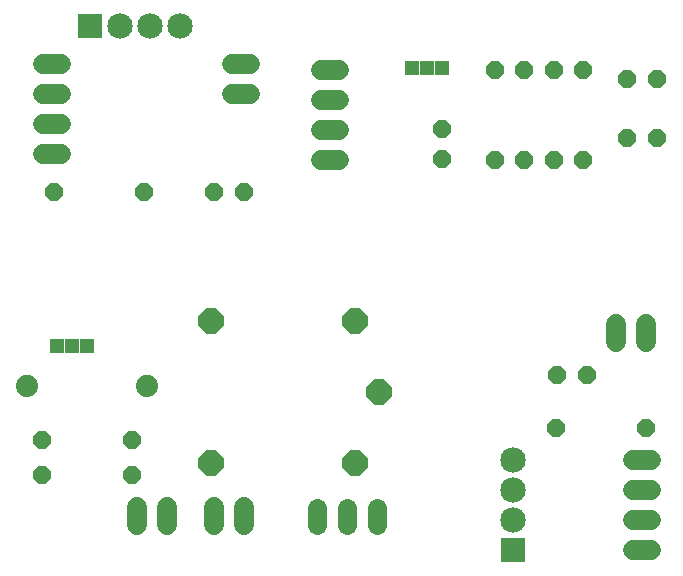
<source format=gts>
G04 EAGLE Gerber RS-274X export*
G75*
%MOMM*%
%FSLAX34Y34*%
%LPD*%
%INSoldermask Top*%
%IPPOS*%
%AMOC8*
5,1,8,0,0,1.08239X$1,22.5*%
G01*
%ADD10P,1.649562X8X22.500000*%
%ADD11R,1.311200X1.311200*%
%ADD12C,1.879600*%
%ADD13P,2.330602X8X292.500000*%
%ADD14C,1.727200*%
%ADD15C,1.625600*%
%ADD16P,1.649562X8X202.500000*%
%ADD17C,2.153200*%
%ADD18R,2.153200X2.153200*%
%ADD19P,1.649562X8X292.500000*%
%ADD20P,1.649562X8X112.500000*%


D10*
X36900Y135000D03*
X113100Y135000D03*
D11*
X49600Y214600D03*
X62300Y214600D03*
X75000Y214600D03*
D12*
X24200Y180000D03*
X125800Y180000D03*
D13*
X301500Y115000D03*
X301500Y235000D03*
X321500Y175000D03*
X179500Y235000D03*
X179500Y115000D03*
D14*
X207700Y77620D02*
X207700Y62380D01*
X182300Y62380D02*
X182300Y77620D01*
X142700Y77620D02*
X142700Y62380D01*
X117300Y62380D02*
X117300Y77620D01*
D10*
X36900Y105000D03*
X113100Y105000D03*
D15*
X320400Y77112D02*
X320400Y62888D01*
X295000Y62888D02*
X295000Y77112D01*
X269600Y77112D02*
X269600Y62888D01*
D10*
X472300Y190000D03*
X497700Y190000D03*
D16*
X548100Y145000D03*
X471900Y145000D03*
D14*
X537380Y118100D02*
X552620Y118100D01*
X552620Y92700D02*
X537380Y92700D01*
X537380Y67300D02*
X552620Y67300D01*
X552620Y41900D02*
X537380Y41900D01*
D17*
X435000Y118100D03*
X435000Y92700D03*
X435000Y67300D03*
D18*
X435000Y41900D03*
D14*
X522300Y217380D02*
X522300Y232620D01*
X547700Y232620D02*
X547700Y217380D01*
D16*
X207700Y345000D03*
X182300Y345000D03*
D10*
X46900Y345000D03*
X123100Y345000D03*
D14*
X52620Y376900D02*
X37380Y376900D01*
X37380Y402300D02*
X52620Y402300D01*
X52620Y427700D02*
X37380Y427700D01*
X37380Y453100D02*
X52620Y453100D01*
D17*
X102300Y485000D03*
X127700Y485000D03*
X153100Y485000D03*
D18*
X76900Y485000D03*
D14*
X197380Y427300D02*
X212620Y427300D01*
X212620Y452700D02*
X197380Y452700D01*
D19*
X470000Y448100D03*
X470000Y371900D03*
D11*
X349600Y449600D03*
X362300Y449600D03*
X375000Y449600D03*
D10*
X532300Y440000D03*
X557700Y440000D03*
D19*
X495000Y448100D03*
X495000Y371900D03*
D16*
X557700Y390000D03*
X532300Y390000D03*
D19*
X420000Y448100D03*
X420000Y371900D03*
X375000Y397700D03*
X375000Y372300D03*
D20*
X445000Y371900D03*
X445000Y448100D03*
D14*
X287620Y371900D02*
X272380Y371900D01*
X272380Y397300D02*
X287620Y397300D01*
X287620Y422700D02*
X272380Y422700D01*
X272380Y448100D02*
X287620Y448100D01*
M02*

</source>
